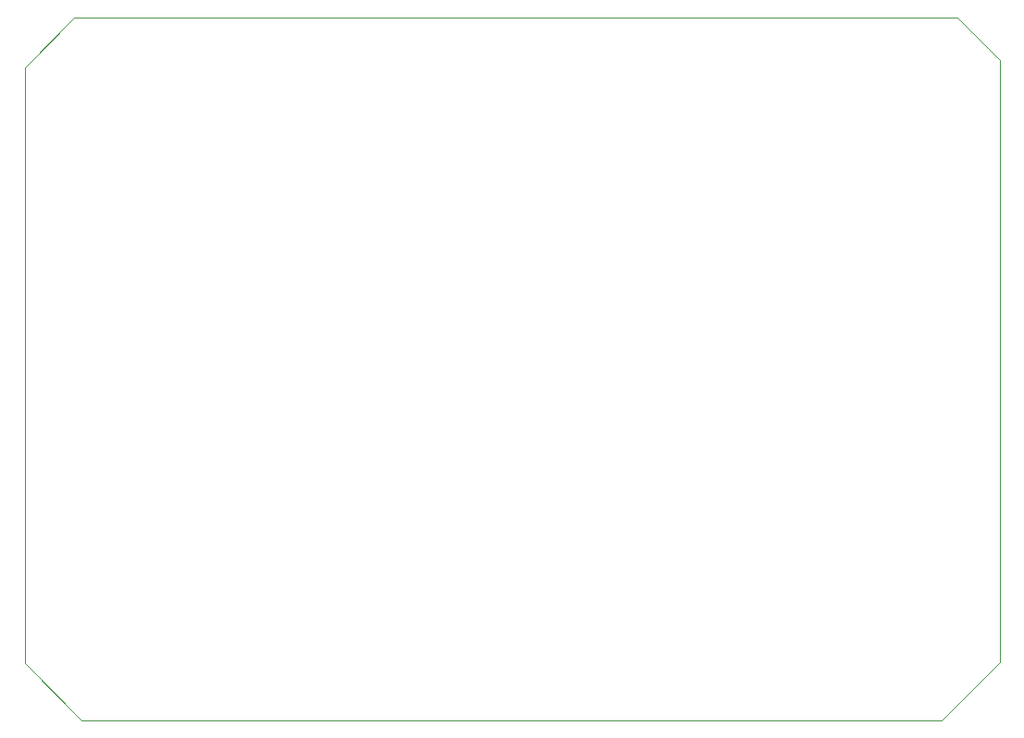
<source format=gbr>
%TF.GenerationSoftware,Altium Limited,Altium Designer,23.4.1 (23)*%
G04 Layer_Color=0*
%FSLAX45Y45*%
%MOMM*%
%TF.SameCoordinates,C80D94D6-ACD9-4930-820E-424AA932BAC3*%
%TF.FilePolarity,Positive*%
%TF.FileFunction,Profile,NP*%
%TF.Part,Single*%
G01*
G75*
%TA.AperFunction,Profile*%
%ADD81C,0.02540*%
D81*
X8860000Y5160000D02*
Y10620000D01*
X9310000Y11070000D01*
X17389999D01*
X17780000Y10680000D01*
Y5170000D01*
X17250000Y4640000D01*
X9380000D01*
X8860000Y5160000D01*
%TF.MD5,265f9b76cee8ed448d1625074c0fde9f*%
M02*

</source>
